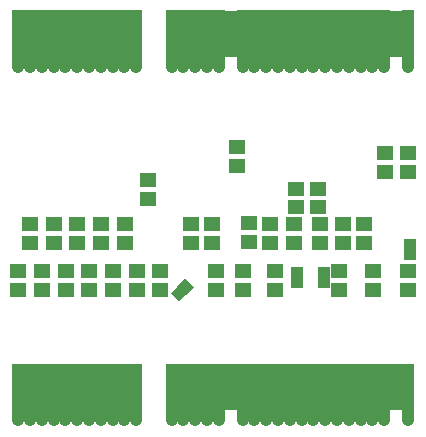
<source format=gts>
G04 #@! TF.GenerationSoftware,KiCad,Pcbnew,(5.0.0-rc2-dev-707-g2ed24a4)*
G04 #@! TF.CreationDate,2018-05-18T15:55:42+01:00*
G04 #@! TF.ProjectId,pcie-probing-riser,706369652D70726F62696E672D726973,rev?*
G04 #@! TF.SameCoordinates,Original*
G04 #@! TF.FileFunction,Soldermask,Top*
G04 #@! TF.FilePolarity,Negative*
%FSLAX46Y46*%
G04 Gerber Fmt 4.6, Leading zero omitted, Abs format (unit mm)*
G04 Created by KiCad (PCBNEW (5.0.0-rc2-dev-707-g2ed24a4)) date Friday, 18 May 2018 at 15:55:42*
%MOMM*%
%LPD*%
G01*
G04 APERTURE LIST*
%ADD10C,1.050000*%
%ADD11R,1.050000X5.000000*%
%ADD12R,1.050000X4.000000*%
%ADD13R,1.400000X1.220000*%
%ADD14C,0.975000*%
%ADD15C,0.100000*%
%ADD16R,1.050000X0.975000*%
G04 APERTURE END LIST*
D10*
X32975001Y-2825001D03*
D11*
X32975001Y-525001D03*
D12*
X31975001Y-25001D03*
D10*
X30975001Y-2825001D03*
D11*
X30975001Y-525001D03*
D10*
X29975001Y-2825001D03*
D11*
X29975001Y-525001D03*
D10*
X28975001Y-2825001D03*
D11*
X28975001Y-525001D03*
D10*
X27975001Y-2825001D03*
D11*
X27975001Y-525001D03*
D10*
X26975001Y-2825001D03*
D11*
X26975001Y-525001D03*
D10*
X25975001Y-2825001D03*
D11*
X25975001Y-525001D03*
D10*
X24975001Y-2825001D03*
D11*
X24975001Y-525001D03*
D10*
X23975001Y-2825001D03*
D11*
X23975001Y-525001D03*
D10*
X22975001Y-2825001D03*
D11*
X22975001Y-525001D03*
D10*
X21975001Y-2825001D03*
D11*
X21975001Y-525001D03*
D10*
X20975001Y-2825001D03*
D11*
X20975001Y-525001D03*
D10*
X19975001Y-2825001D03*
D11*
X19975001Y-525001D03*
D10*
X18975001Y-2825001D03*
D11*
X18975001Y-525001D03*
D12*
X17975001Y-25001D03*
D10*
X16975001Y-2825001D03*
D11*
X16975001Y-525001D03*
D10*
X15975001Y-2825001D03*
D11*
X15975001Y-525001D03*
D10*
X14975001Y-2825001D03*
D11*
X14975001Y-525001D03*
D10*
X13975001Y-2825001D03*
D11*
X13975001Y-525001D03*
D10*
X12975001Y-2825001D03*
D11*
X12975001Y-525001D03*
D10*
X9975001Y-2825001D03*
D11*
X9975001Y-525001D03*
D10*
X8975001Y-2825001D03*
D11*
X8975001Y-525001D03*
D10*
X7975001Y-2825001D03*
D11*
X7975001Y-525001D03*
D10*
X6975001Y-2825001D03*
D11*
X6975001Y-525001D03*
D10*
X5975001Y-2825001D03*
D11*
X5975001Y-525001D03*
D10*
X4975001Y-2825001D03*
D11*
X4975001Y-525001D03*
D10*
X3975001Y-2825001D03*
D11*
X3975001Y-525001D03*
D10*
X2975001Y-2825001D03*
D11*
X2975001Y-525001D03*
D10*
X1975001Y-2825001D03*
D11*
X1975001Y-525001D03*
D10*
X975001Y-2825001D03*
D11*
X975001Y-525001D03*
D10*
X-24999Y-2825001D03*
D11*
X-24999Y-525001D03*
D13*
X0Y8200000D03*
X0Y9800000D03*
X1000000Y12200000D03*
X1000000Y13800000D03*
X2000000Y8200000D03*
X2000000Y9800000D03*
X3000000Y12200000D03*
X3000000Y13800000D03*
X4000000Y8200000D03*
X4000000Y9800000D03*
X5000000Y12200000D03*
X5000000Y13800000D03*
X6000000Y8200000D03*
X6000000Y9800000D03*
X7000000Y12200000D03*
X7000000Y13800000D03*
X8000000Y8200000D03*
X8000000Y9800000D03*
X9000000Y12200000D03*
X9000000Y13800000D03*
X10000000Y8200000D03*
X10000000Y9800000D03*
X11000000Y15900000D03*
X11000000Y17500000D03*
X12000000Y8200000D03*
X12000000Y9800000D03*
X14605000Y12200000D03*
X14605000Y13800000D03*
X16383000Y12200000D03*
X16383000Y13800000D03*
X16750000Y8200000D03*
X16750000Y9800000D03*
X18500000Y18750000D03*
X18500000Y20350000D03*
X19000000Y8200000D03*
X19000000Y9800000D03*
X19558000Y12250000D03*
X19558000Y13850000D03*
X21336000Y12200000D03*
X21336000Y13800000D03*
X21750000Y8250000D03*
X21750000Y9850000D03*
X23317200Y12192000D03*
X23317200Y13792000D03*
X23495000Y15202000D03*
X23495000Y16802000D03*
X25400000Y15200000D03*
X25400000Y16800000D03*
X25501600Y12204800D03*
X25501600Y13804800D03*
X27178000Y8250000D03*
X27178000Y9850000D03*
X27500000Y12200000D03*
X27500000Y13800000D03*
X29250000Y12200000D03*
X29250000Y13800000D03*
X30000000Y8250000D03*
X30000000Y9850000D03*
X31000000Y18200000D03*
X31000000Y19800000D03*
X33000000Y18200000D03*
X33000000Y19800000D03*
X33000000Y8200000D03*
X33000000Y9800000D03*
D14*
X14142404Y8503604D03*
D15*
G36*
X14168921Y7787658D02*
X13426458Y8530121D01*
X14115887Y9219550D01*
X14858350Y8477087D01*
X14168921Y7787658D01*
X14168921Y7787658D01*
G37*
D14*
X13594396Y7955596D03*
D15*
G36*
X13620913Y7239650D02*
X12878450Y7982113D01*
X13567879Y8671542D01*
X14310342Y7929079D01*
X13620913Y7239650D01*
X13620913Y7239650D01*
G37*
D16*
X23571200Y9683900D03*
X23571200Y8908900D03*
X25908000Y8908900D03*
X25908000Y9683900D03*
X33172400Y12020700D03*
X33172400Y11245700D03*
D11*
X-24999Y29424999D03*
D10*
X-24999Y27124999D03*
D11*
X975001Y29424999D03*
D10*
X975001Y27124999D03*
D11*
X1975001Y29424999D03*
D10*
X1975001Y27124999D03*
D11*
X2975001Y29424999D03*
D10*
X2975001Y27124999D03*
D11*
X3975001Y29424999D03*
D10*
X3975001Y27124999D03*
D11*
X4975001Y29424999D03*
D10*
X4975001Y27124999D03*
D11*
X5975001Y29424999D03*
D10*
X5975001Y27124999D03*
D11*
X6975001Y29424999D03*
D10*
X6975001Y27124999D03*
D11*
X7975001Y29424999D03*
D10*
X7975001Y27124999D03*
D11*
X8975001Y29424999D03*
D10*
X8975001Y27124999D03*
D11*
X9975001Y29424999D03*
D10*
X9975001Y27124999D03*
D11*
X12975001Y29424999D03*
D10*
X12975001Y27124999D03*
D11*
X13975001Y29424999D03*
D10*
X13975001Y27124999D03*
D11*
X14975001Y29424999D03*
D10*
X14975001Y27124999D03*
D11*
X15975001Y29424999D03*
D10*
X15975001Y27124999D03*
D11*
X16975001Y29424999D03*
D10*
X16975001Y27124999D03*
D12*
X17975001Y29924999D03*
D11*
X18975001Y29424999D03*
D10*
X18975001Y27124999D03*
D11*
X19975001Y29424999D03*
D10*
X19975001Y27124999D03*
D11*
X20975001Y29424999D03*
D10*
X20975001Y27124999D03*
D11*
X21975001Y29424999D03*
D10*
X21975001Y27124999D03*
D11*
X22975001Y29424999D03*
D10*
X22975001Y27124999D03*
D11*
X23975001Y29424999D03*
D10*
X23975001Y27124999D03*
D11*
X24975001Y29424999D03*
D10*
X24975001Y27124999D03*
D11*
X25975001Y29424999D03*
D10*
X25975001Y27124999D03*
D11*
X26975001Y29424999D03*
D10*
X26975001Y27124999D03*
D11*
X27975001Y29424999D03*
D10*
X27975001Y27124999D03*
D11*
X28975001Y29424999D03*
D10*
X28975001Y27124999D03*
D11*
X29975001Y29424999D03*
D10*
X29975001Y27124999D03*
D11*
X30975001Y29424999D03*
D10*
X30975001Y27124999D03*
D12*
X31975001Y29924999D03*
D11*
X32975001Y29424999D03*
D10*
X32975001Y27124999D03*
M02*

</source>
